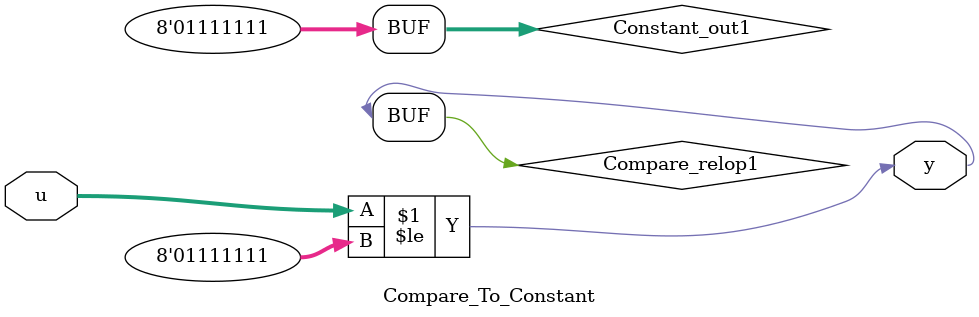
<source format=v>



`timescale 1 ns / 1 ns

module Compare_To_Constant
          (u,
           y);


  input   [7:0] u;  // uint8
  output  y;


  wire [7:0] Constant_out1;  // uint8
  wire Compare_relop1;


  assign Constant_out1 = 8'b01111111;



  assign Compare_relop1 = u <= Constant_out1;



  assign y = Compare_relop1;

endmodule  // Compare_To_Constant


</source>
